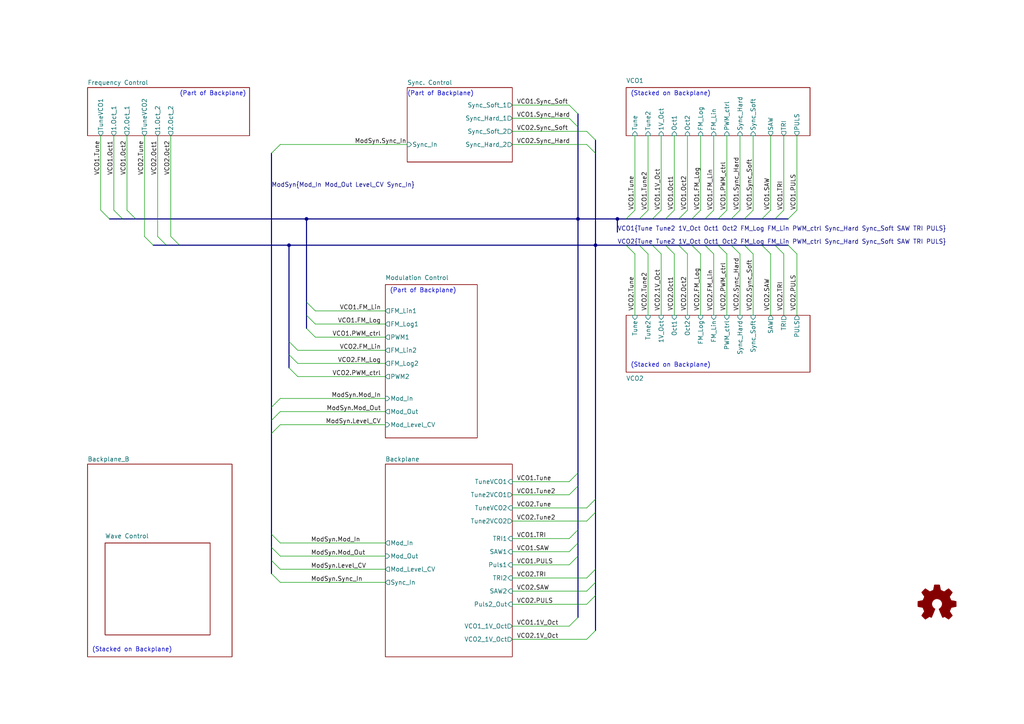
<source format=kicad_sch>
(kicad_sch (version 20230121) (generator eeschema)

  (uuid 7f4ad635-7798-4811-9504-264912179fa8)

  (paper "A4")

  (title_block
    (title "2MoreVO")
    (date "2024-07-09")
    (rev "1.0")
    (company "ImooDi")
    (comment 1 "CC BY-NC-SA")
  )

  (lib_symbols
    (symbol "Graphic:Logo_Open_Hardware_Small" (in_bom no) (on_board no)
      (property "Reference" "#SYM" (at 0 6.985 0)
        (effects (font (size 1.27 1.27)) hide)
      )
      (property "Value" "Logo_Open_Hardware_Small" (at 0 -5.715 0)
        (effects (font (size 1.27 1.27)) hide)
      )
      (property "Footprint" "" (at 0 0 0)
        (effects (font (size 1.27 1.27)) hide)
      )
      (property "Datasheet" "~" (at 0 0 0)
        (effects (font (size 1.27 1.27)) hide)
      )
      (property "Sim.Enable" "0" (at 0 0 0)
        (effects (font (size 1.27 1.27)) hide)
      )
      (property "ki_keywords" "Logo" (at 0 0 0)
        (effects (font (size 1.27 1.27)) hide)
      )
      (property "ki_description" "Open Hardware logo, small" (at 0 0 0)
        (effects (font (size 1.27 1.27)) hide)
      )
      (symbol "Logo_Open_Hardware_Small_0_1"
        (polyline
          (pts
            (xy 3.3528 -4.3434)
            (xy 3.302 -4.318)
            (xy 3.175 -4.2418)
            (xy 2.9972 -4.1148)
            (xy 2.7686 -3.9624)
            (xy 2.54 -3.81)
            (xy 2.3622 -3.7084)
            (xy 2.2352 -3.6068)
            (xy 2.1844 -3.5814)
            (xy 2.159 -3.6068)
            (xy 2.0574 -3.6576)
            (xy 1.905 -3.7338)
            (xy 1.8034 -3.7846)
            (xy 1.6764 -3.8354)
            (xy 1.6002 -3.8354)
            (xy 1.6002 -3.8354)
            (xy 1.5494 -3.7338)
            (xy 1.4732 -3.5306)
            (xy 1.3462 -3.302)
            (xy 1.2446 -3.0226)
            (xy 1.1176 -2.7178)
            (xy 0.9652 -2.413)
            (xy 0.8636 -2.1082)
            (xy 0.7366 -1.8288)
            (xy 0.6604 -1.6256)
            (xy 0.6096 -1.4732)
            (xy 0.5842 -1.397)
            (xy 0.5842 -1.397)
            (xy 0.6604 -1.3208)
            (xy 0.7874 -1.2446)
            (xy 1.0414 -1.016)
            (xy 1.2954 -0.6858)
            (xy 1.4478 -0.3302)
            (xy 1.524 0.0762)
            (xy 1.4732 0.4572)
            (xy 1.3208 0.8128)
            (xy 1.0668 1.143)
            (xy 0.762 1.3716)
            (xy 0.4064 1.524)
            (xy 0 1.5748)
            (xy -0.381 1.5494)
            (xy -0.7366 1.397)
            (xy -1.0668 1.143)
            (xy -1.2192 0.9906)
            (xy -1.397 0.6604)
            (xy -1.524 0.3048)
            (xy -1.524 0.2286)
            (xy -1.4986 -0.1778)
            (xy -1.397 -0.5334)
            (xy -1.1938 -0.8636)
            (xy -0.9144 -1.143)
            (xy -0.8636 -1.1684)
            (xy -0.7366 -1.27)
            (xy -0.635 -1.3462)
            (xy -0.5842 -1.397)
            (xy -1.0668 -2.5908)
            (xy -1.143 -2.794)
            (xy -1.2954 -3.1242)
            (xy -1.397 -3.4036)
            (xy -1.4986 -3.6322)
            (xy -1.5748 -3.7846)
            (xy -1.6002 -3.8354)
            (xy -1.6002 -3.8354)
            (xy -1.651 -3.8354)
            (xy -1.7272 -3.81)
            (xy -1.905 -3.7338)
            (xy -2.0066 -3.683)
            (xy -2.1336 -3.6068)
            (xy -2.2098 -3.5814)
            (xy -2.2606 -3.6068)
            (xy -2.3622 -3.683)
            (xy -2.54 -3.81)
            (xy -2.7686 -3.9624)
            (xy -2.9718 -4.0894)
            (xy -3.1496 -4.2164)
            (xy -3.302 -4.318)
            (xy -3.3528 -4.3434)
            (xy -3.3782 -4.3434)
            (xy -3.429 -4.318)
            (xy -3.5306 -4.2164)
            (xy -3.7084 -4.064)
            (xy -3.937 -3.8354)
            (xy -3.9624 -3.81)
            (xy -4.1656 -3.6068)
            (xy -4.318 -3.4544)
            (xy -4.4196 -3.3274)
            (xy -4.445 -3.2766)
            (xy -4.445 -3.2766)
            (xy -4.4196 -3.2258)
            (xy -4.318 -3.0734)
            (xy -4.2164 -2.8956)
            (xy -4.064 -2.667)
            (xy -3.6576 -2.0828)
            (xy -3.8862 -1.5494)
            (xy -3.937 -1.3716)
            (xy -4.0386 -1.1684)
            (xy -4.0894 -1.0414)
            (xy -4.1148 -0.9652)
            (xy -4.191 -0.9398)
            (xy -4.318 -0.9144)
            (xy -4.5466 -0.8636)
            (xy -4.8006 -0.8128)
            (xy -5.0546 -0.7874)
            (xy -5.2578 -0.7366)
            (xy -5.4356 -0.7112)
            (xy -5.5118 -0.6858)
            (xy -5.5118 -0.6858)
            (xy -5.5372 -0.635)
            (xy -5.5372 -0.5588)
            (xy -5.5372 -0.4318)
            (xy -5.5626 -0.2286)
            (xy -5.5626 0.0762)
            (xy -5.5626 0.127)
            (xy -5.5372 0.4064)
            (xy -5.5372 0.635)
            (xy -5.5372 0.762)
            (xy -5.5372 0.8382)
            (xy -5.5372 0.8382)
            (xy -5.461 0.8382)
            (xy -5.3086 0.889)
            (xy -5.08 0.9144)
            (xy -4.826 0.9652)
            (xy -4.8006 0.9906)
            (xy -4.5466 1.0414)
            (xy -4.318 1.0668)
            (xy -4.1656 1.1176)
            (xy -4.0894 1.143)
            (xy -4.0894 1.143)
            (xy -4.0386 1.2446)
            (xy -3.9624 1.4224)
            (xy -3.8608 1.6256)
            (xy -3.7846 1.8288)
            (xy -3.7084 2.0066)
            (xy -3.6576 2.159)
            (xy -3.6322 2.2098)
            (xy -3.6322 2.2098)
            (xy -3.683 2.286)
            (xy -3.7592 2.413)
            (xy -3.8862 2.5908)
            (xy -4.064 2.8194)
            (xy -4.064 2.8448)
            (xy -4.2164 3.0734)
            (xy -4.3434 3.2512)
            (xy -4.4196 3.3782)
            (xy -4.445 3.4544)
            (xy -4.445 3.4544)
            (xy -4.3942 3.5052)
            (xy -4.2926 3.6322)
            (xy -4.1148 3.81)
            (xy -3.937 4.0132)
            (xy -3.8608 4.064)
            (xy -3.6576 4.2926)
            (xy -3.5052 4.4196)
            (xy -3.4036 4.4958)
            (xy -3.3528 4.5212)
            (xy -3.3528 4.5212)
            (xy -3.302 4.4704)
            (xy -3.1496 4.3688)
            (xy -2.9718 4.2418)
            (xy -2.7432 4.0894)
            (xy -2.7178 4.0894)
            (xy -2.4892 3.937)
            (xy -2.3114 3.81)
            (xy -2.1844 3.7084)
            (xy -2.1336 3.683)
            (xy -2.1082 3.683)
            (xy -2.032 3.7084)
            (xy -1.8542 3.7592)
            (xy -1.6764 3.8354)
            (xy -1.4732 3.937)
            (xy -1.27 4.0132)
            (xy -1.143 4.064)
            (xy -1.0668 4.1148)
            (xy -1.0668 4.1148)
            (xy -1.0414 4.191)
            (xy -1.016 4.3434)
            (xy -0.9652 4.572)
            (xy -0.9144 4.8514)
            (xy -0.889 4.9022)
            (xy -0.8382 5.1562)
            (xy -0.8128 5.3848)
            (xy -0.7874 5.5372)
            (xy -0.762 5.588)
            (xy -0.7112 5.6134)
            (xy -0.5842 5.6134)
            (xy -0.4064 5.6134)
            (xy -0.1524 5.6134)
            (xy 0.0762 5.6134)
            (xy 0.3302 5.6134)
            (xy 0.5334 5.6134)
            (xy 0.6858 5.588)
            (xy 0.7366 5.588)
            (xy 0.7366 5.588)
            (xy 0.762 5.5118)
            (xy 0.8128 5.334)
            (xy 0.8382 5.1054)
            (xy 0.9144 4.826)
            (xy 0.9144 4.7752)
            (xy 0.9652 4.5212)
            (xy 1.016 4.2926)
            (xy 1.0414 4.1402)
            (xy 1.0668 4.0894)
            (xy 1.0668 4.0894)
            (xy 1.1938 4.0386)
            (xy 1.3716 3.9624)
            (xy 1.5748 3.8608)
            (xy 2.0828 3.6576)
            (xy 2.7178 4.0894)
            (xy 2.7686 4.1402)
            (xy 2.9972 4.2926)
            (xy 3.175 4.4196)
            (xy 3.302 4.4958)
            (xy 3.3782 4.5212)
            (xy 3.3782 4.5212)
            (xy 3.429 4.4704)
            (xy 3.556 4.3434)
            (xy 3.7338 4.191)
            (xy 3.9116 3.9878)
            (xy 4.064 3.8354)
            (xy 4.2418 3.6576)
            (xy 4.3434 3.556)
            (xy 4.4196 3.4798)
            (xy 4.4196 3.429)
            (xy 4.4196 3.4036)
            (xy 4.3942 3.3274)
            (xy 4.2926 3.2004)
            (xy 4.1656 2.9972)
            (xy 4.0132 2.794)
            (xy 3.8862 2.5908)
            (xy 3.7592 2.3876)
            (xy 3.6576 2.2352)
            (xy 3.6322 2.159)
            (xy 3.6322 2.1336)
            (xy 3.683 2.0066)
            (xy 3.7592 1.8288)
            (xy 3.8608 1.6002)
            (xy 4.064 1.1176)
            (xy 4.3942 1.0414)
            (xy 4.5974 1.016)
            (xy 4.8768 0.9652)
            (xy 5.1308 0.9144)
            (xy 5.5372 0.8382)
            (xy 5.5626 -0.6604)
            (xy 5.4864 -0.6858)
            (xy 5.4356 -0.6858)
            (xy 5.2832 -0.7366)
            (xy 5.0546 -0.762)
            (xy 4.8006 -0.8128)
            (xy 4.5974 -0.8636)
            (xy 4.3688 -0.9144)
            (xy 4.2164 -0.9398)
            (xy 4.1402 -0.9398)
            (xy 4.1148 -0.9652)
            (xy 4.064 -1.0668)
            (xy 3.9878 -1.2446)
            (xy 3.9116 -1.4478)
            (xy 3.81 -1.651)
            (xy 3.7338 -1.8542)
            (xy 3.683 -2.0066)
            (xy 3.6576 -2.0828)
            (xy 3.683 -2.1336)
            (xy 3.7846 -2.2606)
            (xy 3.8862 -2.4638)
            (xy 4.0386 -2.667)
            (xy 4.191 -2.8956)
            (xy 4.318 -3.0734)
            (xy 4.3942 -3.2004)
            (xy 4.445 -3.2766)
            (xy 4.4196 -3.3274)
            (xy 4.3434 -3.429)
            (xy 4.1656 -3.5814)
            (xy 3.937 -3.8354)
            (xy 3.8862 -3.8608)
            (xy 3.683 -4.064)
            (xy 3.5306 -4.2164)
            (xy 3.4036 -4.318)
            (xy 3.3528 -4.3434)
          )
          (stroke (width 0) (type default))
          (fill (type outline))
        )
      )
    )
  )

  (junction (at 172.72 71.12) (diameter 0) (color 0 0 0 0)
    (uuid 21db55ff-5433-49f9-8188-22653575a8d7)
  )
  (junction (at 88.9 63.5) (diameter 0) (color 0 0 0 0)
    (uuid 2f2d5a1e-1d3a-47cd-8d73-eea3d7ffb3fd)
  )
  (junction (at 179.07 63.5) (diameter 0) (color 0 0 0 0)
    (uuid 58c71cbc-92d1-4150-84cf-5febc4790c76)
  )
  (junction (at 167.64 63.5) (diameter 0) (color 0 0 0 0)
    (uuid ab9b236e-7b02-432f-b046-c0edfbc3de95)
  )
  (junction (at 83.82 71.12) (diameter 0) (color 0 0 0 0)
    (uuid ed492e64-2cf7-4de1-b879-c860de9d727c)
  )

  (bus_entry (at 167.64 140.97) (size -2.54 2.54)
    (stroke (width 0) (type default))
    (uuid 02586ce1-e3d1-4437-a1ed-4c20dc08f6a0)
  )
  (bus_entry (at 167.64 137.16) (size -2.54 2.54)
    (stroke (width 0) (type default))
    (uuid 035774f8-98a6-4227-9226-28caea9821ea)
  )
  (bus_entry (at 196.85 63.5) (size 2.54 -2.54)
    (stroke (width 0) (type default))
    (uuid 0431c735-e565-421f-9193-dcc90ae33edf)
  )
  (bus_entry (at 172.72 172.72) (size -2.54 2.54)
    (stroke (width 0) (type default))
    (uuid 04522717-4d36-48f4-8d96-8d9d7862a6ca)
  )
  (bus_entry (at 167.64 179.07) (size -2.54 2.54)
    (stroke (width 0) (type default))
    (uuid 0a0c9fbb-10c3-49d9-bc9c-97be83295827)
  )
  (bus_entry (at 78.74 121.92) (size 2.54 -2.54)
    (stroke (width 0) (type default))
    (uuid 13de730a-4e1f-43c2-946e-230ff6ea82ac)
  )
  (bus_entry (at 181.61 63.5) (size 2.54 -2.54)
    (stroke (width 0) (type default))
    (uuid 16496158-0994-4e94-8d81-5a773efd81a4)
  )
  (bus_entry (at 224.79 71.12) (size 2.54 2.54)
    (stroke (width 0) (type default))
    (uuid 27a44bcf-1be8-4606-81fe-4719e77da36e)
  )
  (bus_entry (at 220.98 63.5) (size 2.54 -2.54)
    (stroke (width 0) (type default))
    (uuid 2d8df4aa-a4c4-416f-8a2d-f2aed2f628d7)
  )
  (bus_entry (at 172.72 168.91) (size -2.54 2.54)
    (stroke (width 0) (type default))
    (uuid 334b463a-33ba-4dd5-85b0-72a4dfa983fe)
  )
  (bus_entry (at 78.74 158.75) (size 2.54 2.54)
    (stroke (width 0) (type default))
    (uuid 36a73a3b-2967-42b3-824e-e92b22ecb45e)
  )
  (bus_entry (at 181.61 71.12) (size 2.54 2.54)
    (stroke (width 0) (type default))
    (uuid 3865f433-5515-4dcb-9cde-4566d87f4493)
  )
  (bus_entry (at 193.04 71.12) (size 2.54 2.54)
    (stroke (width 0) (type default))
    (uuid 38e21914-aaee-4d08-b3bc-8a6b3fcf8c8f)
  )
  (bus_entry (at 172.72 148.59) (size -2.54 2.54)
    (stroke (width 0) (type default))
    (uuid 3b52199b-e5a9-41b3-94c5-7835247b1adb)
  )
  (bus_entry (at 228.6 71.12) (size 2.54 2.54)
    (stroke (width 0) (type default))
    (uuid 40c9c844-d212-4734-84a3-cafa63cacf6a)
  )
  (bus_entry (at 167.64 157.48) (size -2.54 2.54)
    (stroke (width 0) (type default))
    (uuid 45d5aace-3de2-4335-a9c8-c450716a7212)
  )
  (bus_entry (at 31.75 63.5) (size -2.54 -2.54)
    (stroke (width 0) (type default))
    (uuid 4d0aa388-9f97-47e8-ba50-3d95ba7e88cd)
  )
  (bus_entry (at 189.23 63.5) (size 2.54 -2.54)
    (stroke (width 0) (type default))
    (uuid 51fa4da0-8467-4ff9-9e12-f248c6610f92)
  )
  (bus_entry (at 78.74 166.37) (size 2.54 2.54)
    (stroke (width 0) (type default))
    (uuid 54274481-6afa-421b-b9c7-3695aafea39a)
  )
  (bus_entry (at 208.28 71.12) (size 2.54 2.54)
    (stroke (width 0) (type default))
    (uuid 55b63f9d-96c1-4175-b8ad-5e3fce140afc)
  )
  (bus_entry (at 228.6 63.5) (size 2.54 -2.54)
    (stroke (width 0) (type default))
    (uuid 57a8b857-756d-4671-8521-71f6a139c15f)
  )
  (bus_entry (at 44.45 71.12) (size -2.54 -2.54)
    (stroke (width 0) (type default))
    (uuid 59b19e22-0aa9-4c87-8a50-f37952a52119)
  )
  (bus_entry (at 78.74 125.73) (size 2.54 -2.54)
    (stroke (width 0) (type default))
    (uuid 5fb51c4a-2ff1-43f2-87b8-ebf92c3ff892)
  )
  (bus_entry (at 83.82 102.87) (size 2.54 2.54)
    (stroke (width 0) (type default))
    (uuid 6525f5a4-7607-4a16-98ee-f707257eedf1)
  )
  (bus_entry (at 52.07 71.12) (size -2.54 -2.54)
    (stroke (width 0) (type default))
    (uuid 6b34186b-98b8-4fec-bb69-5cea77b1ce4b)
  )
  (bus_entry (at 172.72 165.1) (size -2.54 2.54)
    (stroke (width 0) (type default))
    (uuid 70cc0d9a-ba13-49ba-8fc9-ca238dca6647)
  )
  (bus_entry (at 83.82 106.68) (size 2.54 2.54)
    (stroke (width 0) (type default))
    (uuid 754f6331-58cc-44a7-aab2-eec0503d6e23)
  )
  (bus_entry (at 172.72 144.78) (size -2.54 2.54)
    (stroke (width 0) (type default))
    (uuid 76740c8d-18d0-4112-a11b-e091b50517e7)
  )
  (bus_entry (at 200.66 63.5) (size 2.54 -2.54)
    (stroke (width 0) (type default))
    (uuid 775d851f-ad3d-4754-bee1-ed2464c319c5)
  )
  (bus_entry (at 172.72 182.88) (size -2.54 2.54)
    (stroke (width 0) (type default))
    (uuid 795e8324-6dbb-44b4-a3c2-1f753885cd34)
  )
  (bus_entry (at 200.66 71.12) (size 2.54 2.54)
    (stroke (width 0) (type default))
    (uuid 79d4a985-d4bc-494b-bd4a-228cf2c082e1)
  )
  (bus_entry (at 185.42 71.12) (size 2.54 2.54)
    (stroke (width 0) (type default))
    (uuid 82051def-db0a-449c-83bf-c9093f393cfe)
  )
  (bus_entry (at 83.82 99.06) (size 2.54 2.54)
    (stroke (width 0) (type default))
    (uuid 8bb6ad52-51d2-42d2-919e-afc82b2eb0e4)
  )
  (bus_entry (at 88.9 87.63) (size 2.54 2.54)
    (stroke (width 0) (type default))
    (uuid 9076aed7-0288-4c8a-ab2b-9026980ed30b)
  )
  (bus_entry (at 189.23 71.12) (size 2.54 2.54)
    (stroke (width 0) (type default))
    (uuid 9413083f-0de3-49a1-90ce-1b2b3e3d1cac)
  )
  (bus_entry (at 172.72 40.64) (size -2.54 -2.54)
    (stroke (width 0) (type default))
    (uuid a07ee94d-a657-4193-9b03-ad6fc535cfcb)
  )
  (bus_entry (at 167.64 153.67) (size -2.54 2.54)
    (stroke (width 0) (type default))
    (uuid a7b0172a-bc16-4a69-81e5-a938fc430e07)
  )
  (bus_entry (at 212.09 63.5) (size 2.54 -2.54)
    (stroke (width 0) (type default))
    (uuid a81f0bcf-34b9-46f8-bc09-b529d01615d8)
  )
  (bus_entry (at 167.64 33.02) (size -2.54 -2.54)
    (stroke (width 0) (type default))
    (uuid b02f993a-e3f6-49fb-98c2-f71ddcb24882)
  )
  (bus_entry (at 78.74 118.11) (size 2.54 -2.54)
    (stroke (width 0) (type default))
    (uuid b3f94b29-5e12-44ba-8f64-94d2201fbede)
  )
  (bus_entry (at 208.28 63.5) (size 2.54 -2.54)
    (stroke (width 0) (type default))
    (uuid b74bb069-a6ad-4da5-9422-132774418bda)
  )
  (bus_entry (at 88.9 95.25) (size 2.54 2.54)
    (stroke (width 0) (type default))
    (uuid b9dde8e3-1fa8-418f-a423-3589a7f6db11)
  )
  (bus_entry (at 35.56 63.5) (size -2.54 -2.54)
    (stroke (width 0) (type default))
    (uuid ba730529-072e-41d8-aaaa-e0822dc6a260)
  )
  (bus_entry (at 224.79 63.5) (size 2.54 -2.54)
    (stroke (width 0) (type default))
    (uuid c321b2df-56b0-4dc0-aeb2-d998e1ccda3f)
  )
  (bus_entry (at 204.47 71.12) (size 2.54 2.54)
    (stroke (width 0) (type default))
    (uuid c468d761-93a8-4696-8e7c-c1e5d93ceff9)
  )
  (bus_entry (at 78.74 162.56) (size 2.54 2.54)
    (stroke (width 0) (type default))
    (uuid d1cc6bbd-5168-44f9-8109-c6d2e3887ff1)
  )
  (bus_entry (at 48.26 71.12) (size -2.54 -2.54)
    (stroke (width 0) (type default))
    (uuid d5afe57f-2380-4ea8-aa5e-e300e55c8554)
  )
  (bus_entry (at 78.74 44.45) (size 2.54 -2.54)
    (stroke (width 0) (type default))
    (uuid d6006114-93e0-42b9-9096-9ba1edc3af31)
  )
  (bus_entry (at 215.9 63.5) (size 2.54 -2.54)
    (stroke (width 0) (type default))
    (uuid d6fcdd42-a17e-4f35-8a10-97100ee59fe5)
  )
  (bus_entry (at 193.04 63.5) (size 2.54 -2.54)
    (stroke (width 0) (type default))
    (uuid d7aeb986-f56a-4996-a6df-6ce612d876d2)
  )
  (bus_entry (at 204.47 63.5) (size 2.54 -2.54)
    (stroke (width 0) (type default))
    (uuid db9c96d0-a322-4db6-a2d7-42a4f11ba8f6)
  )
  (bus_entry (at 39.37 63.5) (size -2.54 -2.54)
    (stroke (width 0) (type default))
    (uuid e356a00c-9990-4d18-ab01-358ae1dbc380)
  )
  (bus_entry (at 196.85 71.12) (size 2.54 2.54)
    (stroke (width 0) (type default))
    (uuid e6092206-c805-4741-bfa2-389d24aae04a)
  )
  (bus_entry (at 167.64 161.29) (size -2.54 2.54)
    (stroke (width 0) (type default))
    (uuid e9300c99-137b-4721-9b62-d6752b658f5c)
  )
  (bus_entry (at 212.09 71.12) (size 2.54 2.54)
    (stroke (width 0) (type default))
    (uuid eab862fd-1ec5-48a8-a971-12a91a82855f)
  )
  (bus_entry (at 88.9 91.44) (size 2.54 2.54)
    (stroke (width 0) (type default))
    (uuid ece3f957-ae90-44ca-ae8b-060e57fca111)
  )
  (bus_entry (at 215.9 71.12) (size 2.54 2.54)
    (stroke (width 0) (type default))
    (uuid ee20ef4b-c752-4b60-a646-b29bf08b5493)
  )
  (bus_entry (at 167.64 36.83) (size -2.54 -2.54)
    (stroke (width 0) (type default))
    (uuid f5bc0edf-47e8-428c-b052-857d770defa0)
  )
  (bus_entry (at 78.74 154.94) (size 2.54 2.54)
    (stroke (width 0) (type default))
    (uuid f84dad56-d40a-418e-a70d-35a6343302f6)
  )
  (bus_entry (at 172.72 44.45) (size -2.54 -2.54)
    (stroke (width 0) (type default))
    (uuid fc39371a-d814-4498-bce2-4a5740e6c8f6)
  )
  (bus_entry (at 220.98 71.12) (size 2.54 2.54)
    (stroke (width 0) (type default))
    (uuid fd03237c-ed4d-4f2c-b1ea-c99780ecc580)
  )
  (bus_entry (at 185.42 63.5) (size 2.54 -2.54)
    (stroke (width 0) (type default))
    (uuid ff54b289-745a-4abe-aa1a-44a282701357)
  )

  (wire (pts (xy 148.59 163.83) (xy 165.1 163.83))
    (stroke (width 0) (type default))
    (uuid 01612f0c-287b-4842-a851-8f7c00786d0f)
  )
  (wire (pts (xy 81.28 115.57) (xy 111.76 115.57))
    (stroke (width 0) (type default))
    (uuid 065cddf8-dd91-4a30-9f93-3ee47abfa1d2)
  )
  (wire (pts (xy 214.63 73.66) (xy 214.63 91.44))
    (stroke (width 0) (type default))
    (uuid 075c38ef-f269-447a-b751-a8dcadf154cb)
  )
  (bus (pts (xy 83.82 102.87) (xy 83.82 106.68))
    (stroke (width 0) (type default))
    (uuid 0b6a0dda-47ae-4348-8100-de625931689c)
  )
  (bus (pts (xy 167.64 63.5) (xy 167.64 137.16))
    (stroke (width 0) (type default))
    (uuid 10e6c1f9-9167-458b-b773-878447008d3b)
  )

  (wire (pts (xy 227.33 39.37) (xy 227.33 60.96))
    (stroke (width 0) (type default))
    (uuid 15cadc3e-00d3-49d1-aaea-6da06e3fc7c9)
  )
  (bus (pts (xy 179.07 63.5) (xy 181.61 63.5))
    (stroke (width 0) (type default))
    (uuid 15d86e74-82f9-4200-9546-635ff8d1ba03)
  )

  (wire (pts (xy 199.39 73.66) (xy 199.39 91.44))
    (stroke (width 0) (type default))
    (uuid 16d1ca81-83ac-4588-a517-83ce3a29ae91)
  )
  (wire (pts (xy 231.14 39.37) (xy 231.14 60.96))
    (stroke (width 0) (type default))
    (uuid 173058dc-8f94-413f-bc08-0d4716525065)
  )
  (bus (pts (xy 167.64 33.02) (xy 167.64 36.83))
    (stroke (width 0) (type default))
    (uuid 17c1099a-4a46-445f-b125-9e0dc067c0f4)
  )
  (bus (pts (xy 193.04 71.12) (xy 196.85 71.12))
    (stroke (width 0) (type default))
    (uuid 19d68036-4e17-443c-a185-9f43c807b779)
  )

  (wire (pts (xy 207.01 73.66) (xy 207.01 91.44))
    (stroke (width 0) (type default))
    (uuid 1ac33c1e-6950-4819-8913-0e92028bde3e)
  )
  (bus (pts (xy 208.28 63.5) (xy 212.09 63.5))
    (stroke (width 0) (type default))
    (uuid 1f59dabe-ae75-488f-baa0-7b6a6b6f6d19)
  )

  (wire (pts (xy 231.14 73.66) (xy 231.14 91.44))
    (stroke (width 0) (type default))
    (uuid 20e13d21-ea98-4227-b392-0a8d36c0841f)
  )
  (wire (pts (xy 223.52 39.37) (xy 223.52 60.96))
    (stroke (width 0) (type default))
    (uuid 23b008ef-089f-40a3-b6d2-f3e31e4fbc6e)
  )
  (bus (pts (xy 83.82 71.12) (xy 83.82 99.06))
    (stroke (width 0) (type default))
    (uuid 25aa795c-9128-4a46-a5f7-78351875e734)
  )

  (wire (pts (xy 81.28 161.29) (xy 111.76 161.29))
    (stroke (width 0) (type default))
    (uuid 2c229da3-965b-4240-93c7-239fb03c47eb)
  )
  (bus (pts (xy 83.82 71.12) (xy 172.72 71.12))
    (stroke (width 0) (type default))
    (uuid 2daa6556-c817-452d-8815-80554fbc280b)
  )

  (wire (pts (xy 148.59 181.61) (xy 165.1 181.61))
    (stroke (width 0) (type default))
    (uuid 31eb8a3c-33ec-4eb1-b0fd-8d5f98179127)
  )
  (bus (pts (xy 88.9 87.63) (xy 88.9 91.44))
    (stroke (width 0) (type default))
    (uuid 328edace-1643-4851-b66b-05642d5ab5be)
  )
  (bus (pts (xy 189.23 63.5) (xy 193.04 63.5))
    (stroke (width 0) (type default))
    (uuid 3321e90f-a254-4f8d-942e-4731ad9eb27c)
  )

  (wire (pts (xy 148.59 139.7) (xy 165.1 139.7))
    (stroke (width 0) (type default))
    (uuid 3769a77c-9995-4d6d-be85-700c89be07d9)
  )
  (wire (pts (xy 111.76 90.17) (xy 91.44 90.17))
    (stroke (width 0) (type default))
    (uuid 383ef391-e036-4bff-a70d-5bbac74b717d)
  )
  (bus (pts (xy 204.47 71.12) (xy 208.28 71.12))
    (stroke (width 0) (type default))
    (uuid 385ecc94-f177-4a36-a531-4f4999e18f1c)
  )

  (wire (pts (xy 81.28 157.48) (xy 111.76 157.48))
    (stroke (width 0) (type default))
    (uuid 38f3442a-6e3b-4851-9452-bf9a0f9e84d6)
  )
  (bus (pts (xy 179.07 67.31) (xy 179.07 63.5))
    (stroke (width 0) (type default))
    (uuid 3c79d9b8-4947-4466-8add-3230835b6199)
  )

  (wire (pts (xy 210.82 73.66) (xy 210.82 91.44))
    (stroke (width 0) (type default))
    (uuid 3caa9b62-5b1c-465c-a72b-d0519a4de9c4)
  )
  (bus (pts (xy 185.42 63.5) (xy 189.23 63.5))
    (stroke (width 0) (type default))
    (uuid 3cff55b0-5eb4-40c4-9e4b-342248b1045b)
  )
  (bus (pts (xy 185.42 71.12) (xy 189.23 71.12))
    (stroke (width 0) (type default))
    (uuid 3eeeea4d-cda8-4e2e-876d-a194fe7e5e53)
  )

  (wire (pts (xy 170.18 41.91) (xy 148.59 41.91))
    (stroke (width 0) (type default))
    (uuid 40060bdc-6551-4ab2-9fc4-ac08a6b01395)
  )
  (wire (pts (xy 191.77 39.37) (xy 191.77 60.96))
    (stroke (width 0) (type default))
    (uuid 41f00e23-8465-4df8-9b4d-8022d5f5c033)
  )
  (wire (pts (xy 49.53 39.37) (xy 49.53 68.58))
    (stroke (width 0) (type default))
    (uuid 43c59f17-5392-43cc-a576-cf1c208c20d7)
  )
  (wire (pts (xy 187.96 73.66) (xy 187.96 91.44))
    (stroke (width 0) (type default))
    (uuid 48a89018-3cbe-4758-a493-6538f362fff4)
  )
  (bus (pts (xy 172.72 44.45) (xy 172.72 71.12))
    (stroke (width 0) (type default))
    (uuid 4a35f34c-dcc2-4e3c-a590-496818e613bc)
  )

  (wire (pts (xy 111.76 105.41) (xy 86.36 105.41))
    (stroke (width 0) (type default))
    (uuid 4d13bebe-2d8a-4f64-ab14-1e34f1c115ec)
  )
  (bus (pts (xy 88.9 91.44) (xy 88.9 95.25))
    (stroke (width 0) (type default))
    (uuid 4eff9890-8bb0-438f-88d1-51ff0f56ee7e)
  )

  (wire (pts (xy 148.59 171.45) (xy 170.18 171.45))
    (stroke (width 0) (type default))
    (uuid 51e0d34e-6f79-4f25-98cc-b4a60c7422c9)
  )
  (wire (pts (xy 81.28 123.19) (xy 111.76 123.19))
    (stroke (width 0) (type default))
    (uuid 52096567-b3de-4a9c-aabe-c70c0591886b)
  )
  (wire (pts (xy 81.28 41.91) (xy 118.11 41.91))
    (stroke (width 0) (type default))
    (uuid 5278113e-7c01-45cc-a2b2-9c4928251d56)
  )
  (bus (pts (xy 215.9 63.5) (xy 220.98 63.5))
    (stroke (width 0) (type default))
    (uuid 5447566e-17dd-4b21-b9d9-9310e389c429)
  )
  (bus (pts (xy 172.72 148.59) (xy 172.72 165.1))
    (stroke (width 0) (type default))
    (uuid 5560b90c-9f5d-4e5c-b0d8-6150d2974fb0)
  )
  (bus (pts (xy 172.72 71.12) (xy 172.72 144.78))
    (stroke (width 0) (type default))
    (uuid 5659b91e-e1b8-48a6-9c51-7eb90222fe89)
  )

  (wire (pts (xy 195.58 39.37) (xy 195.58 60.96))
    (stroke (width 0) (type default))
    (uuid 5722283f-3332-4845-b6f0-d40e4ff70067)
  )
  (bus (pts (xy 172.72 40.64) (xy 172.72 44.45))
    (stroke (width 0) (type default))
    (uuid 59013122-98f0-4e16-a0bf-a48055a3fea1)
  )

  (wire (pts (xy 29.21 39.37) (xy 29.21 60.96))
    (stroke (width 0) (type default))
    (uuid 5c0c9106-8632-438a-a2d7-54053270f49e)
  )
  (bus (pts (xy 35.56 63.5) (xy 39.37 63.5))
    (stroke (width 0) (type default))
    (uuid 5cc5b8b2-ff3e-4fab-b00c-f7e381e99ea4)
  )

  (wire (pts (xy 184.15 73.66) (xy 184.15 91.44))
    (stroke (width 0) (type default))
    (uuid 5cdcfe54-2ddc-4212-ab95-3b5809d2447b)
  )
  (wire (pts (xy 223.52 73.66) (xy 223.52 91.44))
    (stroke (width 0) (type default))
    (uuid 5de89189-2fc3-4b15-9467-24537854641e)
  )
  (wire (pts (xy 210.82 39.37) (xy 210.82 60.96))
    (stroke (width 0) (type default))
    (uuid 5e0df856-1967-4c32-86dc-e67929024551)
  )
  (bus (pts (xy 31.75 63.5) (xy 35.56 63.5))
    (stroke (width 0) (type default))
    (uuid 5e2d92d2-9592-4426-8722-1b05322222c3)
  )

  (wire (pts (xy 111.76 93.98) (xy 91.44 93.98))
    (stroke (width 0) (type default))
    (uuid 60588f85-2a10-49f7-bc16-f42260dad571)
  )
  (wire (pts (xy 227.33 73.66) (xy 227.33 91.44))
    (stroke (width 0) (type default))
    (uuid 61c830d4-3730-4177-9706-1842031f1a42)
  )
  (bus (pts (xy 52.07 71.12) (xy 83.82 71.12))
    (stroke (width 0) (type default))
    (uuid 64493226-24e5-4012-be44-04743009568c)
  )

  (wire (pts (xy 148.59 147.32) (xy 170.18 147.32))
    (stroke (width 0) (type default))
    (uuid 646d4444-a162-4563-9344-37c602cffaf7)
  )
  (wire (pts (xy 191.77 73.66) (xy 191.77 91.44))
    (stroke (width 0) (type default))
    (uuid 6692dc12-cc7a-4cf0-91fd-c7d82b539be3)
  )
  (bus (pts (xy 224.79 63.5) (xy 228.6 63.5))
    (stroke (width 0) (type default))
    (uuid 70588952-0f77-44bd-8509-b98fde534e42)
  )
  (bus (pts (xy 208.28 71.12) (xy 212.09 71.12))
    (stroke (width 0) (type default))
    (uuid 75724e90-c7a8-4576-92cc-ebc471907ac0)
  )
  (bus (pts (xy 78.74 158.75) (xy 78.74 162.56))
    (stroke (width 0) (type default))
    (uuid 789c2a3a-30ad-4712-ab23-ab5ee346f93b)
  )
  (bus (pts (xy 172.72 168.91) (xy 172.72 172.72))
    (stroke (width 0) (type default))
    (uuid 7e71dc6e-7f52-4012-90fe-3828ebea6112)
  )

  (wire (pts (xy 148.59 185.42) (xy 170.18 185.42))
    (stroke (width 0) (type default))
    (uuid 7ecba7f9-bade-4c7f-a982-ac003d524d60)
  )
  (wire (pts (xy 33.02 39.37) (xy 33.02 60.96))
    (stroke (width 0) (type default))
    (uuid 7f4ec744-589e-4ca4-a25d-c74f7dbcb351)
  )
  (bus (pts (xy 167.64 36.83) (xy 167.64 63.5))
    (stroke (width 0) (type default))
    (uuid 810ee8a8-bf2d-447d-944b-34535ae5dc4a)
  )

  (wire (pts (xy 214.63 39.37) (xy 214.63 60.96))
    (stroke (width 0) (type default))
    (uuid 844b35c9-e5ae-4862-b5b6-3166ae1de1f1)
  )
  (bus (pts (xy 172.72 71.12) (xy 181.61 71.12))
    (stroke (width 0) (type default))
    (uuid 84cd8b15-4b1b-4fd7-ba67-bea349b2115c)
  )
  (bus (pts (xy 212.09 71.12) (xy 215.9 71.12))
    (stroke (width 0) (type default))
    (uuid 85b7e610-da18-45f8-b6e9-f5006c202895)
  )
  (bus (pts (xy 78.74 162.56) (xy 78.74 166.37))
    (stroke (width 0) (type default))
    (uuid 85cd1493-1d54-4f45-ad81-b3e1fffc831a)
  )

  (wire (pts (xy 148.59 160.02) (xy 165.1 160.02))
    (stroke (width 0) (type default))
    (uuid 8d617712-2262-45bc-a8c6-6c2749daefd8)
  )
  (bus (pts (xy 220.98 63.5) (xy 224.79 63.5))
    (stroke (width 0) (type default))
    (uuid 8de86d09-f91e-44af-8e17-061dc3125c71)
  )

  (wire (pts (xy 111.76 97.79) (xy 91.44 97.79))
    (stroke (width 0) (type default))
    (uuid 9092c806-058e-49df-8811-6ef75ee0e3de)
  )
  (wire (pts (xy 148.59 143.51) (xy 165.1 143.51))
    (stroke (width 0) (type default))
    (uuid 94d65c1f-1281-4c23-8e94-3ba491c49054)
  )
  (wire (pts (xy 81.28 119.38) (xy 111.76 119.38))
    (stroke (width 0) (type default))
    (uuid 9516b892-4467-4173-afaf-f626e8d64508)
  )
  (bus (pts (xy 181.61 63.5) (xy 185.42 63.5))
    (stroke (width 0) (type default))
    (uuid 952d2a1e-d2dc-4c16-ad0b-e24a60fcd971)
  )

  (wire (pts (xy 148.59 156.21) (xy 165.1 156.21))
    (stroke (width 0) (type default))
    (uuid 95614bc3-7edd-47c9-b63b-583103078028)
  )
  (wire (pts (xy 81.28 168.91) (xy 111.76 168.91))
    (stroke (width 0) (type default))
    (uuid 969c2d00-0ae3-4c2e-a18b-6591f469b59d)
  )
  (bus (pts (xy 200.66 63.5) (xy 204.47 63.5))
    (stroke (width 0) (type default))
    (uuid 993b2a33-0f46-40f1-a7c4-1d16901ac4eb)
  )

  (wire (pts (xy 203.2 39.37) (xy 203.2 60.96))
    (stroke (width 0) (type default))
    (uuid 9a45ab00-9dd2-434f-8b1f-f45defa49067)
  )
  (bus (pts (xy 172.72 165.1) (xy 172.72 168.91))
    (stroke (width 0) (type default))
    (uuid 9e69f4c9-7770-40a1-ae25-2137e15cd882)
  )
  (bus (pts (xy 196.85 71.12) (xy 200.66 71.12))
    (stroke (width 0) (type default))
    (uuid 9efa106c-9e20-4122-84b1-1cc9bc55114e)
  )
  (bus (pts (xy 167.64 140.97) (xy 167.64 153.67))
    (stroke (width 0) (type default))
    (uuid a14b7a67-1121-4e00-98c2-76b4ba6308a5)
  )
  (bus (pts (xy 78.74 121.92) (xy 78.74 125.73))
    (stroke (width 0) (type default))
    (uuid a1ce536d-ff8a-43e5-972f-09de0842d64e)
  )

  (wire (pts (xy 199.39 39.37) (xy 199.39 60.96))
    (stroke (width 0) (type default))
    (uuid a4eaf522-2553-4b44-861b-4d1c1a96e4cc)
  )
  (wire (pts (xy 218.44 73.66) (xy 218.44 91.44))
    (stroke (width 0) (type default))
    (uuid a9663e77-df6a-42da-bc8d-ceb7f23311c3)
  )
  (bus (pts (xy 193.04 63.5) (xy 196.85 63.5))
    (stroke (width 0) (type default))
    (uuid aba8f653-702c-4656-b8a8-f9596089080a)
  )
  (bus (pts (xy 196.85 63.5) (xy 200.66 63.5))
    (stroke (width 0) (type default))
    (uuid b0238fd4-ac40-4c1e-94a9-45f50350555f)
  )

  (wire (pts (xy 170.18 151.13) (xy 148.59 151.13))
    (stroke (width 0) (type default))
    (uuid b684d4c9-5293-4261-ab15-991347822f29)
  )
  (bus (pts (xy 167.64 63.5) (xy 179.07 63.5))
    (stroke (width 0) (type default))
    (uuid be0266c1-47a9-4a17-a178-41599af38f4a)
  )

  (wire (pts (xy 41.91 39.37) (xy 41.91 68.58))
    (stroke (width 0) (type default))
    (uuid c44fc21a-2504-4888-b1c5-b65f667dff1b)
  )
  (wire (pts (xy 148.59 167.64) (xy 170.18 167.64))
    (stroke (width 0) (type default))
    (uuid c65f5bfc-9635-4fb5-ad5c-3659da942e6d)
  )
  (bus (pts (xy 78.74 154.94) (xy 78.74 158.75))
    (stroke (width 0) (type default))
    (uuid c8efd530-52d6-4d69-a037-d804b7f4562b)
  )

  (wire (pts (xy 187.96 39.37) (xy 187.96 60.96))
    (stroke (width 0) (type default))
    (uuid cab0c7ed-f6b4-4a54-8233-a54633112afb)
  )
  (bus (pts (xy 167.64 161.29) (xy 167.64 179.07))
    (stroke (width 0) (type default))
    (uuid ce09b99e-55b7-4084-a1aa-fcd86777f66f)
  )

  (wire (pts (xy 184.15 39.37) (xy 184.15 60.96))
    (stroke (width 0) (type default))
    (uuid ce1e153f-6d0a-4834-9bcc-33c9ae151b98)
  )
  (bus (pts (xy 88.9 63.5) (xy 167.64 63.5))
    (stroke (width 0) (type default))
    (uuid d15afd6e-3058-4931-b96a-1162ad5e9ac9)
  )
  (bus (pts (xy 48.26 71.12) (xy 52.07 71.12))
    (stroke (width 0) (type default))
    (uuid d2aa7c9c-7509-46c2-b88a-1e76d7795277)
  )
  (bus (pts (xy 167.64 137.16) (xy 167.64 140.97))
    (stroke (width 0) (type default))
    (uuid d4603d3a-4c98-4d8f-92e6-2c508ab47fab)
  )
  (bus (pts (xy 167.64 157.48) (xy 167.64 161.29))
    (stroke (width 0) (type default))
    (uuid d5fdd422-cc25-4ac7-bf7b-e352b1d9b17a)
  )

  (wire (pts (xy 218.44 39.37) (xy 218.44 60.96))
    (stroke (width 0) (type default))
    (uuid d64a9788-d961-47fe-9944-a631e7cc7f2d)
  )
  (bus (pts (xy 172.72 172.72) (xy 172.72 182.88))
    (stroke (width 0) (type default))
    (uuid d6d8d8af-b3ea-46dd-b738-f9bd6f9c156e)
  )
  (bus (pts (xy 39.37 63.5) (xy 88.9 63.5))
    (stroke (width 0) (type default))
    (uuid d989ab08-efcf-41f3-8545-7ce68c17486d)
  )
  (bus (pts (xy 212.09 63.5) (xy 215.9 63.5))
    (stroke (width 0) (type default))
    (uuid da0f7a8b-3dba-4951-ac2a-db89be9f75b6)
  )

  (wire (pts (xy 148.59 30.48) (xy 165.1 30.48))
    (stroke (width 0) (type default))
    (uuid de7b1a08-b906-4749-a2a0-c0c9bd5ecfdd)
  )
  (wire (pts (xy 148.59 38.1) (xy 170.18 38.1))
    (stroke (width 0) (type default))
    (uuid e06d999a-240a-430a-bd07-57c07c4f5368)
  )
  (bus (pts (xy 181.61 71.12) (xy 185.42 71.12))
    (stroke (width 0) (type default))
    (uuid e13ef10a-f46e-415d-92d7-a22d88093149)
  )
  (bus (pts (xy 189.23 71.12) (xy 193.04 71.12))
    (stroke (width 0) (type default))
    (uuid e36c6200-0743-47ab-be6d-16ad03ed07cb)
  )
  (bus (pts (xy 167.64 153.67) (xy 167.64 157.48))
    (stroke (width 0) (type default))
    (uuid e46cdcab-1d97-495a-9482-66c267da0c75)
  )
  (bus (pts (xy 78.74 44.45) (xy 78.74 118.11))
    (stroke (width 0) (type default))
    (uuid e6d36483-6fc6-467d-92e6-5f134dd8ada3)
  )
  (bus (pts (xy 44.45 71.12) (xy 48.26 71.12))
    (stroke (width 0) (type default))
    (uuid e78126ed-6dcd-4f06-8593-26a559432110)
  )

  (wire (pts (xy 111.76 101.6) (xy 86.36 101.6))
    (stroke (width 0) (type default))
    (uuid e8b48787-6784-49f3-8bd5-2584d1b6f3e8)
  )
  (wire (pts (xy 203.2 73.66) (xy 203.2 91.44))
    (stroke (width 0) (type default))
    (uuid ea40eaaf-d196-4dd2-99b7-638b78b8cb88)
  )
  (bus (pts (xy 78.74 118.11) (xy 78.74 121.92))
    (stroke (width 0) (type default))
    (uuid eac12d7c-20d9-43b2-9dbf-2d56d2ca4021)
  )
  (bus (pts (xy 224.79 71.12) (xy 228.6 71.12))
    (stroke (width 0) (type default))
    (uuid edcfa741-6c0c-4215-9d07-e09746528444)
  )
  (bus (pts (xy 88.9 63.5) (xy 88.9 87.63))
    (stroke (width 0) (type default))
    (uuid ee56e5dd-cffa-47c3-94f1-26a43d54dd49)
  )

  (wire (pts (xy 36.83 39.37) (xy 36.83 60.96))
    (stroke (width 0) (type default))
    (uuid ee6112c6-32db-4fe6-a089-a17742296aac)
  )
  (bus (pts (xy 78.74 125.73) (xy 78.74 154.94))
    (stroke (width 0) (type default))
    (uuid f213d1d6-b993-4a4e-b698-66483f0c7f2c)
  )
  (bus (pts (xy 220.98 71.12) (xy 224.79 71.12))
    (stroke (width 0) (type default))
    (uuid f253c02d-ebc6-4fd2-9aeb-1ab425bfb57d)
  )
  (bus (pts (xy 172.72 144.78) (xy 172.72 148.59))
    (stroke (width 0) (type default))
    (uuid f45b8931-44bb-419a-b1de-1de938c3c0e3)
  )

  (wire (pts (xy 45.72 39.37) (xy 45.72 68.58))
    (stroke (width 0) (type default))
    (uuid f4753ebc-c68e-487c-899f-76326ea56ebe)
  )
  (wire (pts (xy 148.59 34.29) (xy 165.1 34.29))
    (stroke (width 0) (type default))
    (uuid f5637874-7d67-4994-beeb-d1a389c45c34)
  )
  (bus (pts (xy 83.82 99.06) (xy 83.82 102.87))
    (stroke (width 0) (type default))
    (uuid f67dd29d-73ec-4209-a702-bd3a5cf0a620)
  )

  (wire (pts (xy 111.76 109.22) (xy 86.36 109.22))
    (stroke (width 0) (type default))
    (uuid f78fd53a-9cf5-4bc8-a11d-1457fa3a4dd2)
  )
  (bus (pts (xy 204.47 63.5) (xy 208.28 63.5))
    (stroke (width 0) (type default))
    (uuid f88fc892-b846-4bf8-a769-114d63946f6e)
  )

  (wire (pts (xy 195.58 73.66) (xy 195.58 91.44))
    (stroke (width 0) (type default))
    (uuid f8adecfb-2537-471e-b749-d50ff35922ed)
  )
  (bus (pts (xy 215.9 71.12) (xy 220.98 71.12))
    (stroke (width 0) (type default))
    (uuid faf7542e-ddb4-429a-b464-e616acab5bb0)
  )

  (wire (pts (xy 207.01 39.37) (xy 207.01 60.96))
    (stroke (width 0) (type default))
    (uuid fb21ebd0-bdcf-4d6d-82be-553644a68f60)
  )
  (wire (pts (xy 81.28 165.1) (xy 111.76 165.1))
    (stroke (width 0) (type default))
    (uuid fc2f5d5a-4b6f-41f2-a44a-f473ab87ad28)
  )
  (wire (pts (xy 148.59 175.26) (xy 170.18 175.26))
    (stroke (width 0) (type default))
    (uuid fdde2d9c-573e-4353-962d-9c92491d78f0)
  )
  (bus (pts (xy 200.66 71.12) (xy 204.47 71.12))
    (stroke (width 0) (type default))
    (uuid fe06424e-a5ae-4129-a7de-2796c0be7084)
  )

  (text "(Part of Backplane)" (at 113.03 85.09 0)
    (effects (font (size 1.27 1.27)) (justify left bottom))
    (uuid 24ae3247-95e1-4b28-9f94-64596c1e40f2)
  )
  (text "(Stacked on Backplane)" (at 182.88 106.68 0)
    (effects (font (size 1.27 1.27)) (justify left bottom))
    (uuid 57b5c391-9c29-4fc5-819b-8b6b93bef70f)
  )
  (text "(Part of Backplane)" (at 52.07 27.94 0)
    (effects (font (size 1.27 1.27)) (justify left bottom))
    (uuid 8456a722-a62c-448e-8746-4f0a52efd7ac)
  )
  (text "(Part of Backplane)" (at 118.11 27.94 0)
    (effects (font (size 1.27 1.27)) (justify left bottom))
    (uuid a32e19af-0176-429d-921a-0eb314eecea3)
  )
  (text "(Stacked on Backplane)" (at 182.88 27.94 0)
    (effects (font (size 1.27 1.27)) (justify left bottom))
    (uuid c371cd8f-786a-47a8-8093-7ae783c7b23c)
  )
  (text "(Stacked on Backplane)" (at 26.67 189.23 0)
    (effects (font (size 1.27 1.27)) (justify left bottom))
    (uuid e044d487-11f0-46d8-a33d-2f37174b7e95)
  )

  (label "VCO2.SAW" (at 149.86 171.45 0) (fields_autoplaced)
    (effects (font (size 1.27 1.27)) (justify left bottom))
    (uuid 01c9bea4-85d0-4c86-a9ef-7fe29d2c0848)
  )
  (label "VCO1.Tune" (at 29.21 50.8 90) (fields_autoplaced)
    (effects (font (size 1.27 1.27)) (justify left bottom))
    (uuid 06e5f31b-d775-4c0b-a032-6b7a4f2cf651)
  )
  (label "VCO2.Tune" (at 149.86 147.32 0) (fields_autoplaced)
    (effects (font (size 1.27 1.27)) (justify left bottom))
    (uuid 0815c9ec-1db9-4274-8dff-09774fdd0da7)
  )
  (label "VCO2.Sync_Soft" (at 218.44 90.17 90) (fields_autoplaced)
    (effects (font (size 1.27 1.27)) (justify left bottom))
    (uuid 0bf4003e-5fce-4c78-a41d-decad7e22460)
  )
  (label "VCO1.FM_Lin" (at 207.01 60.96 90) (fields_autoplaced)
    (effects (font (size 1.27 1.27)) (justify left bottom))
    (uuid 0bfc2307-a614-49ac-a302-fa8bfc3956ba)
  )
  (label "VCO2.Oct1" (at 195.58 90.17 90) (fields_autoplaced)
    (effects (font (size 1.27 1.27)) (justify left bottom))
    (uuid 10bfc9ed-0dcc-4dca-a4e0-288ec6903f2b)
  )
  (label "VCO2.Oct2" (at 49.53 50.8 90) (fields_autoplaced)
    (effects (font (size 1.27 1.27)) (justify left bottom))
    (uuid 12c909b2-2138-4054-bb82-791ba42a1e0f)
  )
  (label "VCO1.Tune" (at 184.15 60.96 90) (fields_autoplaced)
    (effects (font (size 1.27 1.27)) (justify left bottom))
    (uuid 160df5a0-7713-42fe-a535-d59d9bd67082)
  )
  (label "VCO1.Oct1" (at 195.58 60.96 90) (fields_autoplaced)
    (effects (font (size 1.27 1.27)) (justify left bottom))
    (uuid 1ddf179f-75f0-4212-b074-53072326bd32)
  )
  (label "VCO2.1V_Oct" (at 149.86 185.42 0) (fields_autoplaced)
    (effects (font (size 1.27 1.27)) (justify left bottom))
    (uuid 2356a82a-0b02-4c16-8b5e-eb4537f34178)
  )
  (label "VCO2.FM_Log" (at 110.49 105.41 180) (fields_autoplaced)
    (effects (font (size 1.27 1.27)) (justify right bottom))
    (uuid 27561e0a-84d5-44d2-a9fc-090168acc935)
  )
  (label "VCO1.FM_Log" (at 203.2 60.96 90) (fields_autoplaced)
    (effects (font (size 1.27 1.27)) (justify left bottom))
    (uuid 27a4aa1d-92ef-44c2-9dbc-069cc8c3724f)
  )
  (label "VCO1.Oct2" (at 36.83 50.8 90) (fields_autoplaced)
    (effects (font (size 1.27 1.27)) (justify left bottom))
    (uuid 2c665fa4-fda6-4435-93d2-716f0a99d794)
  )
  (label "VCO2.Oct2" (at 199.39 90.17 90) (fields_autoplaced)
    (effects (font (size 1.27 1.27)) (justify left bottom))
    (uuid 3166d684-566e-4c4d-ad2a-136b1edc138f)
  )
  (label "VCO1.FM_Lin" (at 110.49 90.17 180) (fields_autoplaced)
    (effects (font (size 1.27 1.27)) (justify right bottom))
    (uuid 3715686d-50d5-45ef-9414-0d64180df5da)
  )
  (label "VCO1.PWM_ctrl" (at 210.82 60.96 90) (fields_autoplaced)
    (effects (font (size 1.27 1.27)) (justify left bottom))
    (uuid 3726c1c3-61c3-45e4-93e8-491034263a53)
  )
  (label "VCO2.1V_Oct" (at 191.77 90.17 90) (fields_autoplaced)
    (effects (font (size 1.27 1.27)) (justify left bottom))
    (uuid 3a6f7a73-db6d-4cf8-86c5-13a5005331d5)
  )
  (label "ModSyn.Sync_In" (at 90.17 168.91 0) (fields_autoplaced)
    (effects (font (size 1.27 1.27)) (justify left bottom))
    (uuid 3ed57e5e-5208-4499-ab04-e5b001f4f873)
  )
  (label "VCO1.SAW" (at 223.52 60.96 90) (fields_autoplaced)
    (effects (font (size 1.27 1.27)) (justify left bottom))
    (uuid 4065a688-3f3d-43a2-81b5-f63fd5a6bc46)
  )
  (label "VCO2.Sync_Hard" (at 149.86 41.91 0) (fields_autoplaced)
    (effects (font (size 1.27 1.27)) (justify left bottom))
    (uuid 4154e6d4-a236-493c-b482-d270442ea549)
  )
  (label "VCO1.TRI" (at 227.33 60.96 90) (fields_autoplaced)
    (effects (font (size 1.27 1.27)) (justify left bottom))
    (uuid 4305b771-a568-48f0-ae03-27e129b88147)
  )
  (label "VCO2.Tune" (at 41.91 50.8 90) (fields_autoplaced)
    (effects (font (size 1.27 1.27)) (justify left bottom))
    (uuid 472b006c-8583-45ca-9d6b-ff9196d7d913)
  )
  (label "VCO1.Tune" (at 149.86 139.7 0) (fields_autoplaced)
    (effects (font (size 1.27 1.27)) (justify left bottom))
    (uuid 4ab59f04-b4ab-47ce-9ec1-8de080ebcf5f)
  )
  (label "ModSyn.Sync_In" (at 102.87 41.91 0) (fields_autoplaced)
    (effects (font (size 1.27 1.27)) (justify left bottom))
    (uuid 4eb7e6b2-9de4-4f09-b69b-dc6fa28c76d8)
  )
  (label "VCO2.PWM_ctrl" (at 110.49 109.22 180) (fields_autoplaced)
    (effects (font (size 1.27 1.27)) (justify right bottom))
    (uuid 52e2303e-ac09-48ff-ba68-d03bfcebfe99)
  )
  (label "ModSyn.Mod_Out" (at 110.49 119.38 180) (fields_autoplaced)
    (effects (font (size 1.27 1.27)) (justify right bottom))
    (uuid 533e95e2-e157-44c5-bca0-ff381233b77e)
  )
  (label "ModSyn.Mod_In" (at 110.49 115.57 180) (fields_autoplaced)
    (effects (font (size 1.27 1.27)) (justify right bottom))
    (uuid 53b05608-2f90-4516-88af-f59787831f31)
  )
  (label "VCO1.TRI" (at 149.86 156.21 0) (fields_autoplaced)
    (effects (font (size 1.27 1.27)) (justify left bottom))
    (uuid 551039ff-c20e-42aa-853d-8a4dee2e9f3f)
  )
  (label "VCO1.Oct2" (at 199.39 60.96 90) (fields_autoplaced)
    (effects (font (size 1.27 1.27)) (justify left bottom))
    (uuid 579e9273-60ee-44b0-bed7-bbe8d131223b)
  )
  (label "VCO1.SAW" (at 149.86 160.02 0) (fields_autoplaced)
    (effects (font (size 1.27 1.27)) (justify left bottom))
    (uuid 59774bd0-dbf0-4cca-b299-f1351162c3a6)
  )
  (label "VCO1.FM_Log" (at 110.49 93.98 180) (fields_autoplaced)
    (effects (font (size 1.27 1.27)) (justify right bottom))
    (uuid 612f1ab1-cd26-498f-82df-a82ee82f8c88)
  )
  (label "VCO1.1V_Oct" (at 191.77 60.96 90) (fields_autoplaced)
    (effects (font (size 1.27 1.27)) (justify left bottom))
    (uuid 64420d67-325c-40e9-870a-84526c101597)
  )
  (label "VCO1{Tune Tune2 1V_Oct Oct1 Oct2 FM_Log FM_Lin PWM_ctrl Sync_Hard Sync_Soft SAW TRI PULS}"
    (at 179.07 67.31 0) (fields_autoplaced)
    (effects (font (size 1.27 1.27)) (justify left bottom))
    (uuid 66e021b9-0a6d-40c8-937c-386b0c755863)
  )
  (label "ModSyn.Mod_Out" (at 90.17 161.29 0) (fields_autoplaced)
    (effects (font (size 1.27 1.27)) (justify left bottom))
    (uuid 68a6bf34-21a6-4c4f-ac5f-95c0f60019af)
  )
  (label "VCO2.TRI" (at 149.86 167.64 0) (fields_autoplaced)
    (effects (font (size 1.27 1.27)) (justify left bottom))
    (uuid 6aea3f20-26a2-4bca-bc53-3ac45b68599b)
  )
  (label "VCO2.PULS" (at 149.86 175.26 0) (fields_autoplaced)
    (effects (font (size 1.27 1.27)) (justify left bottom))
    (uuid 6c01859f-8d9d-41a4-a1f5-a38118857008)
  )
  (label "VCO1.PULS" (at 231.14 60.96 90) (fields_autoplaced)
    (effects (font (size 1.27 1.27)) (justify left bottom))
    (uuid 6e549d18-4c59-48a7-8854-6f622b284b44)
  )
  (label "VCO2.FM_Log" (at 203.2 90.17 90) (fields_autoplaced)
    (effects (font (size 1.27 1.27)) (justify left bottom))
    (uuid 6e7df6a2-c245-4800-9ab7-fad4121c62a0)
  )
  (label "ModSyn.Level_CV" (at 110.49 123.19 180) (fields_autoplaced)
    (effects (font (size 1.27 1.27)) (justify right bottom))
    (uuid 728bbfea-613e-46e4-8f06-c60fd58e22db)
  )
  (label "VCO2.Tune2" (at 149.86 151.13 0) (fields_autoplaced)
    (effects (font (size 1.27 1.27)) (justify left bottom))
    (uuid 74584eef-12fe-41dd-aadc-0d9ca985d616)
  )
  (label "VCO2.Sync_Hard" (at 214.63 90.17 90) (fields_autoplaced)
    (effects (font (size 1.27 1.27)) (justify left bottom))
    (uuid 80cd944d-c88c-4b7b-94fb-7932c7c15e66)
  )
  (label "VCO1.Tune2" (at 149.86 143.51 0) (fields_autoplaced)
    (effects (font (size 1.27 1.27)) (justify left bottom))
    (uuid 81ea55b5-f49b-4a74-b6b1-f7c5072c3cc4)
  )
  (label "ModSyn.Mod_In" (at 90.17 157.48 0) (fields_autoplaced)
    (effects (font (size 1.27 1.27)) (justify left bottom))
    (uuid 974af9f1-00ee-49fe-99cf-511dc57442cb)
  )
  (label "VCO1.Tune2" (at 187.96 60.96 90) (fields_autoplaced)
    (effects (font (size 1.27 1.27)) (justify left bottom))
    (uuid 9a6134c4-9a0c-47d8-acb1-bda78188a12e)
  )
  (label "VCO2.Sync_Soft" (at 149.86 38.1 0) (fields_autoplaced)
    (effects (font (size 1.27 1.27)) (justify left bottom))
    (uuid a154ca09-6b3a-490b-8175-31080b48fdfb)
  )
  (label "VCO2{Tune Tune2 1V_Oct Oct1 Oct2 FM_Log FM_Lin PWM_ctrl Sync_Hard Sync_Soft SAW TRI PULS}"
    (at 179.07 71.12 0) (fields_autoplaced)
    (effects (font (size 1.27 1.27)) (justify left bottom))
    (uuid a96654a1-0e20-4622-97a8-722930baeb95)
  )
  (label "VCO2.Oct1" (at 45.72 50.8 90) (fields_autoplaced)
    (effects (font (size 1.27 1.27)) (justify left bottom))
    (uuid b0f06615-658d-4959-8240-888336809954)
  )
  (label "VCO1.PWM_ctrl" (at 110.49 97.79 180) (fields_autoplaced)
    (effects (font (size 1.27 1.27)) (justify right bottom))
    (uuid b5a11b5a-024c-407a-93b1-e47c26c6ad39)
  )
  (label "VCO2.FM_Lin" (at 207.01 90.17 90) (fields_autoplaced)
    (effects (font (size 1.27 1.27)) (justify left bottom))
    (uuid b6b998dd-d5c6-4f30-813d-d78fe2fefba9)
  )
  (label "VCO1.Sync_Soft" (at 218.44 60.96 90) (fields_autoplaced)
    (effects (font (size 1.27 1.27)) (justify left bottom))
    (uuid c2ffaac8-b776-43d3-8ebb-a6054bd7b518)
  )
  (label "VCO2.FM_Lin" (at 110.49 101.6 180) (fields_autoplaced)
    (effects (font (size 1.27 1.27)) (justify right bottom))
    (uuid c6ac6795-569b-4809-b714-78287ac4670e)
  )
  (label "VCO2.Tune2" (at 187.96 90.17 90) (fields_autoplaced)
    (effects (font (size 1.27 1.27)) (justify left bottom))
    (uuid c6e3946f-152d-45e0-b159-ad23a7a00d9e)
  )
  (label "VCO1.Sync_Hard" (at 149.86 34.29 0) (fields_autoplaced)
    (effects (font (size 1.27 1.27)) (justify left bottom))
    (uuid cced35b3-262d-4042-9dc1-18ed2c87e5bc)
  )
  (label "VCO1.Sync_Soft" (at 149.86 30.48 0) (fields_autoplaced)
    (effects (font (size 1.27 1.27)) (justify left bottom))
    (uuid d5e2d4f9-7daa-4cde-bc4b-f4ddbe496747)
  )
  (label "VCO1.Sync_Hard" (at 214.63 60.96 90) (fields_autoplaced)
    (effects (font (size 1.27 1.27)) (justify left bottom))
    (uuid d8c3b893-5252-45ad-83d1-960f3b13fba5)
  )
  (label "VCO2.SAW" (at 223.52 90.17 90) (fields_autoplaced)
    (effects (font (size 1.27 1.27)) (justify left bottom))
    (uuid de647dd9-e777-4e9f-b3ed-23cecfb05f72)
  )
  (label "VCO1.Oct1" (at 33.02 50.8 90) (fields_autoplaced)
    (effects (font (size 1.27 1.27)) (justify left bottom))
    (uuid e21b75d9-00a7-4b8e-b724-52c4f14a03a4)
  )
  (label "ModSyn{Mod_In Mod_Out Level_CV Sync_In}" (at 78.74 54.61 0) (fields_autoplaced)
    (effects (font (size 1.27 1.27)) (justify left bottom))
    (uuid e356d81c-0edf-47fc-bd11-08c4c6a03178)
  )
  (label "VCO2.PULS" (at 231.14 90.17 90) (fields_autoplaced)
    (effects (font (size 1.27 1.27)) (justify left bottom))
    (uuid e63348bc-17e3-44f1-8e56-dd70fdf3dd29)
  )
  (label "VCO1.PULS" (at 149.86 163.83 0) (fields_autoplaced)
    (effects (font (size 1.27 1.27)) (justify left bottom))
    (uuid e8e26965-13e2-4f41-bf0c-87fb252bc98e)
  )
  (label "ModSyn.Level_CV" (at 90.17 165.1 0) (fields_autoplaced)
    (effects (font (size 1.27 1.27)) (justify left bottom))
    (uuid ead2ac5e-cabb-40c2-af83-1c8fb1aa7137)
  )
  (label "VCO1.1V_Oct" (at 149.86 181.61 0) (fields_autoplaced)
    (effects (font (size 1.27 1.27)) (justify left bottom))
    (uuid ebedc26b-2267-496f-aa30-5c4e93986da5)
  )
  (label "VCO2.Tune" (at 184.15 90.17 90) (fields_autoplaced)
    (effects (font (size 1.27 1.27)) (justify left bottom))
    (uuid ed61c4fb-8cc8-4c7c-88e7-2a342e84032d)
  )
  (label "VCO2.TRI" (at 227.33 90.17 90) (fields_autoplaced)
    (effects (font (size 1.27 1.27)) (justify left bottom))
    (uuid fa8d78f4-e500-460b-8ccc-bff6fbfb40ff)
  )
  (label "VCO2.PWM_ctrl" (at 210.82 90.17 90) (fields_autoplaced)
    (effects (font (size 1.27 1.27)) (justify left bottom))
    (uuid fb8e8264-96a3-48aa-bb1d-1b53f2e8b9df)
  )

  (symbol (lib_id "Graphic:Logo_Open_Hardware_Small") (at 271.78 175.26 0) (unit 1)
    (in_bom no) (on_board no) (dnp no) (fields_autoplaced)
    (uuid 1c8eea12-4c8f-4d96-a21a-227309b601c2)
    (property "Reference" "#SYM1" (at 271.78 168.275 0)
      (effects (font (size 1.27 1.27)) hide)
    )
    (property "Value" "Logo_Open_Hardware_Small" (at 271.78 180.975 0)
      (effects (font (size 1.27 1.27)) hide)
    )
    (property "Footprint" "" (at 271.78 175.26 0)
      (effects (font (size 1.27 1.27)) hide)
    )
    (property "Datasheet" "~" (at 271.78 175.26 0)
      (effects (font (size 1.27 1.27)) hide)
    )
    (property "Sim.Enable" "0" (at 271.78 175.26 0)
      (effects (font (size 1.27 1.27)) hide)
    )
    (instances
      (project "2MoreVO"
        (path "/7f4ad635-7798-4811-9504-264912179fa8"
          (reference "#SYM1") (unit 1)
        )
      )
    )
  )

  (sheet (at 181.61 91.44) (size 53.34 16.51)
    (stroke (width 0.1524) (type solid))
    (fill (color 0 0 0 0.0000))
    (uuid 05d23ea0-001c-4ac4-a819-10edf598a64d)
    (property "Sheetname" "VCO2" (at 181.61 110.49 0)
      (effects (font (size 1.27 1.27)) (justify left bottom))
    )
    (property "Sheetfile" "vco2.kicad_sch" (at 181.61 117.4246 0)
      (effects (font (size 1.27 1.27)) (justify left top) hide)
    )
    (pin "Tune" input (at 184.15 91.44 90)
      (effects (font (size 1.27 1.27)) (justify right))
      (uuid e0c6ef12-8b55-4df7-b4b4-172ca6f038ca)
    )
    (pin "TRI" output (at 227.33 91.44 90)
      (effects (font (size 1.27 1.27)) (justify right))
      (uuid 30b6a8d2-23f3-403b-a0e6-c4c8226ab7f2)
    )
    (pin "SAW" output (at 223.52 91.44 90)
      (effects (font (size 1.27 1.27)) (justify right))
      (uuid 190e0773-6851-4201-8aad-179504d3729e)
    )
    (pin "PULS" output (at 231.14 91.44 90)
      (effects (font (size 1.27 1.27)) (justify right))
      (uuid 4dfa32d7-5184-4211-99a0-68596f28106b)
    )
    (pin "Sync_Hard" input (at 214.63 91.44 90)
      (effects (font (size 1.27 1.27)) (justify right))
      (uuid 16da2a6d-15c4-4a3c-9737-2cd34c335dde)
    )
    (pin "PWM_ctrl" input (at 210.82 91.44 90)
      (effects (font (size 1.27 1.27)) (justify right))
      (uuid a97af7ec-d733-4e32-9de7-05c2b30b107c)
    )
    (pin "Sync_Soft" input (at 218.44 91.44 90)
      (effects (font (size 1.27 1.27)) (justify right))
      (uuid 20a0a5ac-bef5-4c39-be52-2ad098cac148)
    )
    (pin "Oct1" input (at 195.58 91.44 90)
      (effects (font (size 1.27 1.27)) (justify right))
      (uuid 0ce72328-f73a-4ffb-a3a7-16dbf66cfead)
    )
    (pin "1V_Oct" input (at 191.77 91.44 90)
      (effects (font (size 1.27 1.27)) (justify right))
      (uuid 08bce35b-6b8b-43e1-8859-fb6410f6be84)
    )
    (pin "FM_Log" input (at 203.2 91.44 90)
      (effects (font (size 1.27 1.27)) (justify right))
      (uuid 5edded2c-2974-44b3-9de9-027b992912d3)
    )
    (pin "FM_Lin" input (at 207.01 91.44 90)
      (effects (font (size 1.27 1.27)) (justify right))
      (uuid 6ca83ca3-3794-4a9f-95bb-51d5d4cbfa07)
    )
    (pin "Oct2" input (at 199.39 91.44 90)
      (effects (font (size 1.27 1.27)) (justify right))
      (uuid 10aaccc2-7255-4b0c-ad93-32a8d5862105)
    )
    (pin "Tune2" input (at 187.96 91.44 90)
      (effects (font (size 1.27 1.27)) (justify right))
      (uuid 79a47288-1b59-4b4d-ab5f-343f58f69df3)
    )
    (instances
      (project "2MoreVO"
        (path "/7f4ad635-7798-4811-9504-264912179fa8" (page "8"))
      )
    )
  )

  (sheet (at 30.48 157.48) (size 30.48 26.67)
    (stroke (width 0.1524) (type solid))
    (fill (color 0 0 0 0.0000))
    (uuid 19a248db-12ba-407d-8f06-49f3d285fb62)
    (property "Sheetname" "Wave Control" (at 30.48 156.21 0)
      (effects (font (size 1.27 1.27)) (justify left bottom))
    )
    (property "Sheetfile" "wave_ctrl.kicad_sch" (at 30.48 183.4646 0)
      (effects (font (size 1.27 1.27)) (justify left top) hide)
    )
    (instances
      (project "2MoreVO"
        (path "/7f4ad635-7798-4811-9504-264912179fa8" (page "6"))
      )
    )
  )

  (sheet (at 181.61 25.4) (size 53.34 13.97)
    (stroke (width 0.1524) (type solid))
    (fill (color 0 0 0 0.0000))
    (uuid 3df34ac0-8396-4fbb-bbe0-68843a5205ab)
    (property "Sheetname" "VCO1" (at 181.61 24.13 0)
      (effects (font (size 1.27 1.27)) (justify left bottom))
    )
    (property "Sheetfile" "vco1.kicad_sch" (at 262.2046 50.8 90)
      (effects (font (size 1.27 1.27)) (justify left top) hide)
    )
    (pin "Tune" input (at 184.15 39.37 270)
      (effects (font (size 1.27 1.27)) (justify left))
      (uuid 48e5993d-bf03-4819-97d9-e0825a91dfcc)
    )
    (pin "1V_Oct" input (at 191.77 39.37 270)
      (effects (font (size 1.27 1.27)) (justify left))
      (uuid 5a9499ff-2d1f-4bec-bfa9-2bba7f9ac1ad)
    )
    (pin "Oct1" input (at 195.58 39.37 270)
      (effects (font (size 1.27 1.27)) (justify left))
      (uuid 5bdefc84-6e7c-4628-aad5-f731cfecaed6)
    )
    (pin "Oct2" input (at 199.39 39.37 270)
      (effects (font (size 1.27 1.27)) (justify left))
      (uuid 10b9d5db-6cc4-48c2-b5dd-0a03d25a8eb7)
    )
    (pin "FM_Log" input (at 203.2 39.37 270)
      (effects (font (size 1.27 1.27)) (justify left))
      (uuid bd63c3fe-b051-413a-83bf-965312cd6bf7)
    )
    (pin "FM_Lin" input (at 207.01 39.37 270)
      (effects (font (size 1.27 1.27)) (justify left))
      (uuid b31d32f6-e7b0-440c-9ae9-98f87c969bfd)
    )
    (pin "Tune2" input (at 187.96 39.37 270)
      (effects (font (size 1.27 1.27)) (justify left))
      (uuid e4f4c22f-1602-4c16-b5df-2d27a73e8aad)
    )
    (pin "SAW" output (at 223.52 39.37 270)
      (effects (font (size 1.27 1.27)) (justify left))
      (uuid 890d75e3-01cd-4093-a1e9-ea3418403ed0)
    )
    (pin "TRI" output (at 227.33 39.37 270)
      (effects (font (size 1.27 1.27)) (justify left))
      (uuid 39c85abd-bcd9-4075-a732-408da5b855c8)
    )
    (pin "PULS" output (at 231.14 39.37 270)
      (effects (font (size 1.27 1.27)) (justify left))
      (uuid fdfcaaf8-7f40-40ac-a5d3-8dbf42e70f78)
    )
    (pin "PWM_ctrl" input (at 210.82 39.37 270)
      (effects (font (size 1.27 1.27)) (justify left))
      (uuid ef3ab5e4-21e5-4888-980e-7a130b3aaec6)
    )
    (pin "Sync_Hard" input (at 214.63 39.37 270)
      (effects (font (size 1.27 1.27)) (justify left))
      (uuid 75bca59a-97eb-41da-9206-5d31e501f7d8)
    )
    (pin "Sync_Soft" input (at 218.44 39.37 270)
      (effects (font (size 1.27 1.27)) (justify left))
      (uuid bc60bf4f-35d1-46a6-b38e-33e368554dfd)
    )
    (instances
      (project "2MoreVO"
        (path "/7f4ad635-7798-4811-9504-264912179fa8" (page "7"))
      )
    )
  )

  (sheet (at 25.4 134.62) (size 41.91 55.88) (fields_autoplaced)
    (stroke (width 0.1524) (type solid))
    (fill (color 0 0 0 0.0000))
    (uuid 47676206-afab-4329-a14a-86427698d55b)
    (property "Sheetname" "Backplane_B" (at 25.4 133.9084 0)
      (effects (font (size 1.27 1.27)) (justify left bottom))
    )
    (property "Sheetfile" "backplane_B.kicad_sch" (at 25.4 191.0846 0)
      (effects (font (size 1.27 1.27)) (justify left top) hide)
    )
    (instances
      (project "2MoreVO"
        (path "/7f4ad635-7798-4811-9504-264912179fa8" (page "9"))
      )
    )
  )

  (sheet (at 111.76 82.55) (size 26.67 44.45)
    (stroke (width 0.1524) (type solid))
    (fill (color 0 0 0 0.0000))
    (uuid 5338ff03-65e2-41ca-ad5f-dae89e8a163b)
    (property "Sheetname" "Modulation Control" (at 111.76 81.28 0)
      (effects (font (size 1.27 1.27)) (justify left bottom))
    )
    (property "Sheetfile" "modulation_ctrl.kicad_sch" (at 111.76 108.5346 0)
      (effects (font (size 1.27 1.27)) (justify left top) hide)
    )
    (pin "Mod_In" input (at 111.76 115.57 180)
      (effects (font (size 1.27 1.27)) (justify left))
      (uuid f4a20f82-311d-43cd-8d96-7237bca362c9)
    )
    (pin "Mod_Out" output (at 111.76 119.38 180)
      (effects (font (size 1.27 1.27)) (justify left))
      (uuid 93fdacb7-6cd3-4c27-8b0d-fd52a0306eb0)
    )
    (pin "Mod_Level_CV" input (at 111.76 123.19 180)
      (effects (font (size 1.27 1.27)) (justify left))
      (uuid 3c26541e-1908-46b0-ab21-a1fad891007e)
    )
    (pin "FM_Lin1" output (at 111.76 90.17 180)
      (effects (font (size 1.27 1.27)) (justify left))
      (uuid 44a9ac84-04a1-47a1-8a77-e23d5c8a32ed)
    )
    (pin "FM_Log1" output (at 111.76 93.98 180)
      (effects (font (size 1.27 1.27)) (justify left))
      (uuid 997f2996-3fd6-4233-8a4e-afa3813892ab)
    )
    (pin "FM_Lin2" output (at 111.76 101.6 180)
      (effects (font (size 1.27 1.27)) (justify left))
      (uuid d5f4b5c1-f65a-4cf1-af39-bb6e03c7c8b0)
    )
    (pin "FM_Log2" output (at 111.76 105.41 180)
      (effects (font (size 1.27 1.27)) (justify left))
      (uuid b0495218-b119-4b2a-a43f-1c2f7e57862e)
    )
    (pin "PWM1" output (at 111.76 97.79 180)
      (effects (font (size 1.27 1.27)) (justify left))
      (uuid 570daf92-e3e8-464b-81d1-bb92e8378072)
    )
    (pin "PWM2" output (at 111.76 109.22 180)
      (effects (font (size 1.27 1.27)) (justify left))
      (uuid a142f1e4-9a1c-42d6-be2e-cec40037d862)
    )
    (instances
      (project "2MoreVO"
        (path "/7f4ad635-7798-4811-9504-264912179fa8" (page "5"))
      )
    )
  )

  (sheet (at 111.76 134.62) (size 36.83 55.88) (fields_autoplaced)
    (stroke (width 0.1524) (type solid))
    (fill (color 0 0 0 0.0000))
    (uuid 5cc9b6bf-e21e-46c4-8d8a-07c689ea68be)
    (property "Sheetname" "Backplane" (at 111.76 133.9084 0)
      (effects (font (size 1.27 1.27)) (justify left bottom))
    )
    (property "Sheetfile" "backplane.kicad_sch" (at 111.76 191.0846 0)
      (effects (font (size 1.27 1.27)) (justify left top) hide)
    )
    (pin "Mod_In" output (at 111.76 157.48 180)
      (effects (font (size 1.27 1.27)) (justify left))
      (uuid 3f049bf0-1d66-4c6a-b150-95275de64807)
    )
    (pin "VCO2_1V_Oct" output (at 148.59 185.42 0)
      (effects (font (size 1.27 1.27)) (justify right))
      (uuid 185db042-1731-4fe7-8faa-ed7f6d63e3c4)
    )
    (pin "Sync_In" output (at 111.76 168.91 180)
      (effects (font (size 1.27 1.27)) (justify left))
      (uuid 9748e84b-5503-4e94-a5f5-8733a3955c6a)
    )
    (pin "Mod_Level_CV" output (at 111.76 165.1 180)
      (effects (font (size 1.27 1.27)) (justify left))
      (uuid 291eca1c-716f-42a9-90ac-e128aa61c955)
    )
    (pin "VCO1_1V_Oct" output (at 148.59 181.61 0)
      (effects (font (size 1.27 1.27)) (justify right))
      (uuid e30688e3-e16d-4a46-9f0e-4ba1d9b08358)
    )
    (pin "Puls2_Out" input (at 148.59 175.26 0)
      (effects (font (size 1.27 1.27)) (justify right))
      (uuid b18820a8-94ca-4268-88c1-2bdaa939c174)
    )
    (pin "Mod_Out" input (at 111.76 161.29 180)
      (effects (font (size 1.27 1.27)) (justify left))
      (uuid fca8d647-636f-4270-a20f-cf6e65e55280)
    )
    (pin "Puls1" input (at 148.59 163.83 0)
      (effects (font (size 1.27 1.27)) (justify right))
      (uuid 3503a24e-3cba-475f-bb59-f95e38d09155)
    )
    (pin "SAW1" input (at 148.59 160.02 0)
      (effects (font (size 1.27 1.27)) (justify right))
      (uuid e2fe1350-f52c-495f-be7d-bc702bb8d91b)
    )
    (pin "TRI1" input (at 148.59 156.21 0)
      (effects (font (size 1.27 1.27)) (justify right))
      (uuid 24b03447-5ae7-4b06-a5f6-b3c294bae1d2)
    )
    (pin "SAW2" input (at 148.59 171.45 0)
      (effects (font (size 1.27 1.27)) (justify right))
      (uuid 38cf842a-3d07-4266-8c95-7cc442bb93f7)
    )
    (pin "TRI2" input (at 148.59 167.64 0)
      (effects (font (size 1.27 1.27)) (justify right))
      (uuid e0430f58-ba62-415d-bfbe-25f311e68bd5)
    )
    (pin "Tune2VCO2" output (at 148.59 151.13 0)
      (effects (font (size 1.27 1.27)) (justify right))
      (uuid 10abf211-00a1-4f57-a884-6baf36c26857)
    )
    (pin "Tune2VCO1" output (at 148.59 143.51 0)
      (effects (font (size 1.27 1.27)) (justify right))
      (uuid 7a56d8ce-11d0-4c8e-affb-e0bd877213c4)
    )
    (pin "TuneVCO1" input (at 148.59 139.7 0)
      (effects (font (size 1.27 1.27)) (justify right))
      (uuid 40e2e0ea-d317-4eea-9a2c-3043c995d668)
    )
    (pin "TuneVCO2" input (at 148.59 147.32 0)
      (effects (font (size 1.27 1.27)) (justify right))
      (uuid 7c92380a-9041-4815-9e77-b1ee17785c28)
    )
    (instances
      (project "2MoreVO"
        (path "/7f4ad635-7798-4811-9504-264912179fa8" (page "2"))
      )
    )
  )

  (sheet (at 118.11 25.4) (size 30.48 21.59) (fields_autoplaced)
    (stroke (width 0.1524) (type solid))
    (fill (color 0 0 0 0.0000))
    (uuid 7e503ba2-cf35-4127-96a3-53e6432e6eac)
    (property "Sheetname" "Sync. Control" (at 118.11 24.6884 0)
      (effects (font (size 1.27 1.27)) (justify left bottom))
    )
    (property "Sheetfile" "sync_ctrl.kicad_sch" (at 118.11 47.5746 0)
      (effects (font (size 1.27 1.27)) (justify left top) hide)
    )
    (pin "Sync_In" input (at 118.11 41.91 180)
      (effects (font (size 1.27 1.27)) (justify left))
      (uuid 95f62958-21e8-485c-a7e3-d36658e7c8eb)
    )
    (pin "Sync_Soft_1" output (at 148.59 30.48 0)
      (effects (font (size 1.27 1.27)) (justify right))
      (uuid bf7dd860-37ce-44fd-9a8c-140f4f321f0a)
    )
    (pin "Sync_Hard_1" output (at 148.59 34.29 0)
      (effects (font (size 1.27 1.27)) (justify right))
      (uuid 75bc16df-8b30-48d9-befe-1b44ad8f3f98)
    )
    (pin "Sync_Soft_2" output (at 148.59 38.1 0)
      (effects (font (size 1.27 1.27)) (justify right))
      (uuid 784f516a-e6f0-460f-bd28-e5ab8c67cffc)
    )
    (pin "Sync_Hard_2" output (at 148.59 41.91 0)
      (effects (font (size 1.27 1.27)) (justify right))
      (uuid eef87f48-6def-48df-8381-a5579953085f)
    )
    (instances
      (project "2MoreVO"
        (path "/7f4ad635-7798-4811-9504-264912179fa8" (page "4"))
      )
    )
  )

  (sheet (at 25.4 25.4) (size 46.99 13.97)
    (stroke (width 0.1524) (type solid))
    (fill (color 0 0 0 0.0000))
    (uuid bc1f4e4f-9067-4839-b9e3-be4f455cfe4a)
    (property "Sheetname" "Frequency Control" (at 25.4 24.6884 0)
      (effects (font (size 1.27 1.27)) (justify left bottom))
    )
    (property "Sheetfile" "frequeny_ctrl.kicad_sch" (at 25.4 52.07 0)
      (effects (font (size 1.27 1.27)) (justify left bottom) hide)
    )
    (pin "TuneVCO1" output (at 29.21 39.37 270)
      (effects (font (size 1.27 1.27)) (justify left))
      (uuid 6de5cd3f-13cd-4e18-af3c-8c602c4c3e1a)
    )
    (pin "TuneVCO2" output (at 41.91 39.37 270)
      (effects (font (size 1.27 1.27)) (justify left))
      (uuid 252cbf79-e3a5-4f69-af67-cf717fe219bd)
    )
    (pin "2.Oct_1" output (at 36.83 39.37 270)
      (effects (font (size 1.27 1.27)) (justify left))
      (uuid ce85ce98-1655-4d4f-a33d-ee8609cf07ff)
    )
    (pin "1.Oct_1" output (at 33.02 39.37 270)
      (effects (font (size 1.27 1.27)) (justify left))
      (uuid 9643d71c-fe65-4445-818d-f6848347c413)
    )
    (pin "2.Oct_2" output (at 49.53 39.37 270)
      (effects (font (size 1.27 1.27)) (justify left))
      (uuid bf5d28af-afe0-48a7-aeb3-b02de10a2a45)
    )
    (pin "1.Oct_2" output (at 45.72 39.37 270)
      (effects (font (size 1.27 1.27)) (justify left))
      (uuid 713bdc4a-bab3-4cb2-a6fa-d3666948c31a)
    )
    (instances
      (project "2MoreVO"
        (path "/7f4ad635-7798-4811-9504-264912179fa8" (page "3"))
      )
    )
  )

  (sheet_instances
    (path "/" (page "1"))
  )
)

</source>
